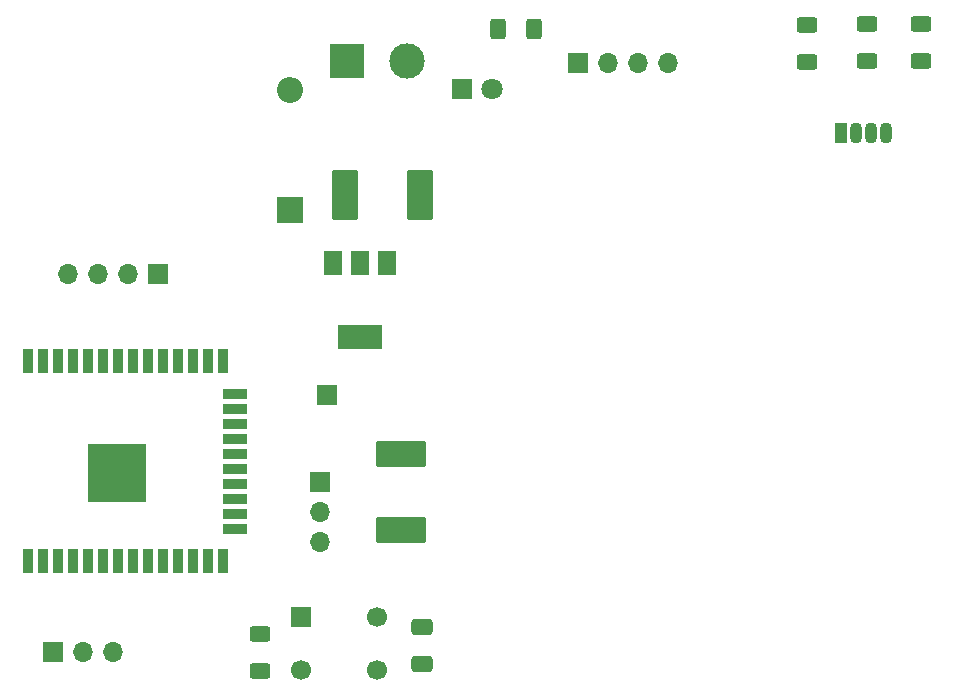
<source format=gts>
%TF.GenerationSoftware,KiCad,Pcbnew,(6.0.4-0)*%
%TF.CreationDate,2022-11-11T12:05:06+01:00*%
%TF.ProjectId,DGPS_0.1,44475053-5f30-42e3-912e-6b696361645f,rev?*%
%TF.SameCoordinates,Original*%
%TF.FileFunction,Soldermask,Top*%
%TF.FilePolarity,Negative*%
%FSLAX46Y46*%
G04 Gerber Fmt 4.6, Leading zero omitted, Abs format (unit mm)*
G04 Created by KiCad (PCBNEW (6.0.4-0)) date 2022-11-11 12:05:06*
%MOMM*%
%LPD*%
G01*
G04 APERTURE LIST*
G04 Aperture macros list*
%AMRoundRect*
0 Rectangle with rounded corners*
0 $1 Rounding radius*
0 $2 $3 $4 $5 $6 $7 $8 $9 X,Y pos of 4 corners*
0 Add a 4 corners polygon primitive as box body*
4,1,4,$2,$3,$4,$5,$6,$7,$8,$9,$2,$3,0*
0 Add four circle primitives for the rounded corners*
1,1,$1+$1,$2,$3*
1,1,$1+$1,$4,$5*
1,1,$1+$1,$6,$7*
1,1,$1+$1,$8,$9*
0 Add four rect primitives between the rounded corners*
20,1,$1+$1,$2,$3,$4,$5,0*
20,1,$1+$1,$4,$5,$6,$7,0*
20,1,$1+$1,$6,$7,$8,$9,0*
20,1,$1+$1,$8,$9,$2,$3,0*%
G04 Aperture macros list end*
%ADD10RoundRect,0.250000X-0.625000X0.400000X-0.625000X-0.400000X0.625000X-0.400000X0.625000X0.400000X0*%
%ADD11R,1.700000X1.700000*%
%ADD12R,2.200000X2.200000*%
%ADD13O,2.200000X2.200000*%
%ADD14O,1.700000X1.700000*%
%ADD15RoundRect,0.250000X-0.875000X-1.875000X0.875000X-1.875000X0.875000X1.875000X-0.875000X1.875000X0*%
%ADD16RoundRect,0.250000X0.400000X0.625000X-0.400000X0.625000X-0.400000X-0.625000X0.400000X-0.625000X0*%
%ADD17R,0.900000X2.000000*%
%ADD18R,2.000000X0.900000*%
%ADD19R,5.000000X5.000000*%
%ADD20RoundRect,0.250000X-1.875000X0.875000X-1.875000X-0.875000X1.875000X-0.875000X1.875000X0.875000X0*%
%ADD21R,1.800000X1.800000*%
%ADD22C,1.800000*%
%ADD23RoundRect,0.250000X0.650000X-0.412500X0.650000X0.412500X-0.650000X0.412500X-0.650000X-0.412500X0*%
%ADD24R,1.070000X1.800000*%
%ADD25O,1.070000X1.800000*%
%ADD26R,1.500000X2.000000*%
%ADD27R,3.800000X2.000000*%
%ADD28C,1.700000*%
%ADD29R,3.000000X3.000000*%
%ADD30C,3.000000*%
G04 APERTURE END LIST*
D10*
X183769000Y-43408000D03*
X183769000Y-46508000D03*
D11*
X138049000Y-74803000D03*
D12*
X134874000Y-59182000D03*
D13*
X134874000Y-49022000D03*
D11*
X137414000Y-82184000D03*
D14*
X137414000Y-84724000D03*
X137414000Y-87264000D03*
D11*
X159256000Y-46746000D03*
D14*
X161796000Y-46746000D03*
X164336000Y-46746000D03*
X166876000Y-46746000D03*
D10*
X188341000Y-43408000D03*
X188341000Y-46508000D03*
X132334000Y-95097000D03*
X132334000Y-98197000D03*
D15*
X139548000Y-57912000D03*
X145948000Y-57912000D03*
D10*
X178689000Y-43535000D03*
X178689000Y-46635000D03*
D16*
X155601000Y-43815000D03*
X152501000Y-43815000D03*
D17*
X112730000Y-88910000D03*
X114000000Y-88910000D03*
X115270000Y-88910000D03*
X116540000Y-88910000D03*
X117810000Y-88910000D03*
X119080000Y-88910000D03*
X120350000Y-88910000D03*
X121620000Y-88910000D03*
X122890000Y-88910000D03*
X124160000Y-88910000D03*
X125430000Y-88910000D03*
X126700000Y-88910000D03*
X127970000Y-88910000D03*
X129240000Y-88910000D03*
D18*
X130240000Y-86125000D03*
X130240000Y-84855000D03*
X130240000Y-83585000D03*
X130240000Y-82315000D03*
X130240000Y-81045000D03*
X130240000Y-79775000D03*
X130240000Y-78505000D03*
X130240000Y-77235000D03*
X130240000Y-75965000D03*
X130240000Y-74695000D03*
D17*
X129240000Y-71910000D03*
X127970000Y-71910000D03*
X126700000Y-71910000D03*
X125430000Y-71910000D03*
X124160000Y-71910000D03*
X122890000Y-71910000D03*
X121620000Y-71910000D03*
X120350000Y-71910000D03*
X119080000Y-71910000D03*
X117810000Y-71910000D03*
X116540000Y-71910000D03*
X115270000Y-71910000D03*
X114000000Y-71910000D03*
X112730000Y-71910000D03*
D19*
X120230000Y-81410000D03*
D20*
X144272000Y-79858000D03*
X144272000Y-86258000D03*
D11*
X114823000Y-96622000D03*
D14*
X117363000Y-96622000D03*
X119903000Y-96622000D03*
D21*
X149474000Y-48895000D03*
D22*
X152014000Y-48895000D03*
D11*
X123736000Y-64535000D03*
D14*
X121196000Y-64535000D03*
X118656000Y-64535000D03*
X116116000Y-64535000D03*
D23*
X146050000Y-97574500D03*
X146050000Y-94449500D03*
D24*
X181526000Y-52670000D03*
D25*
X182796000Y-52670000D03*
X184066000Y-52670000D03*
X185336000Y-52670000D03*
D26*
X143143000Y-63652000D03*
D27*
X140843000Y-69952000D03*
D26*
X140843000Y-63652000D03*
X138543000Y-63652000D03*
D28*
X142315000Y-93635000D03*
D11*
X135815000Y-93635000D03*
D28*
X135815000Y-98135000D03*
X142315000Y-98135000D03*
D29*
X139738000Y-46574000D03*
D30*
X144818000Y-46574000D03*
M02*

</source>
